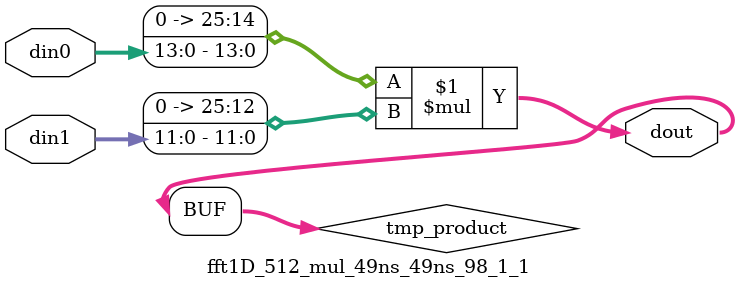
<source format=v>

`timescale 1 ns / 1 ps

  module fft1D_512_mul_49ns_49ns_98_1_1(din0, din1, dout);
parameter ID = 1;
parameter NUM_STAGE = 0;
parameter din0_WIDTH = 14;
parameter din1_WIDTH = 12;
parameter dout_WIDTH = 26;

input [din0_WIDTH - 1 : 0] din0; 
input [din1_WIDTH - 1 : 0] din1; 
output [dout_WIDTH - 1 : 0] dout;

wire signed [dout_WIDTH - 1 : 0] tmp_product;










assign tmp_product = $signed({1'b0, din0}) * $signed({1'b0, din1});











assign dout = tmp_product;







endmodule

</source>
